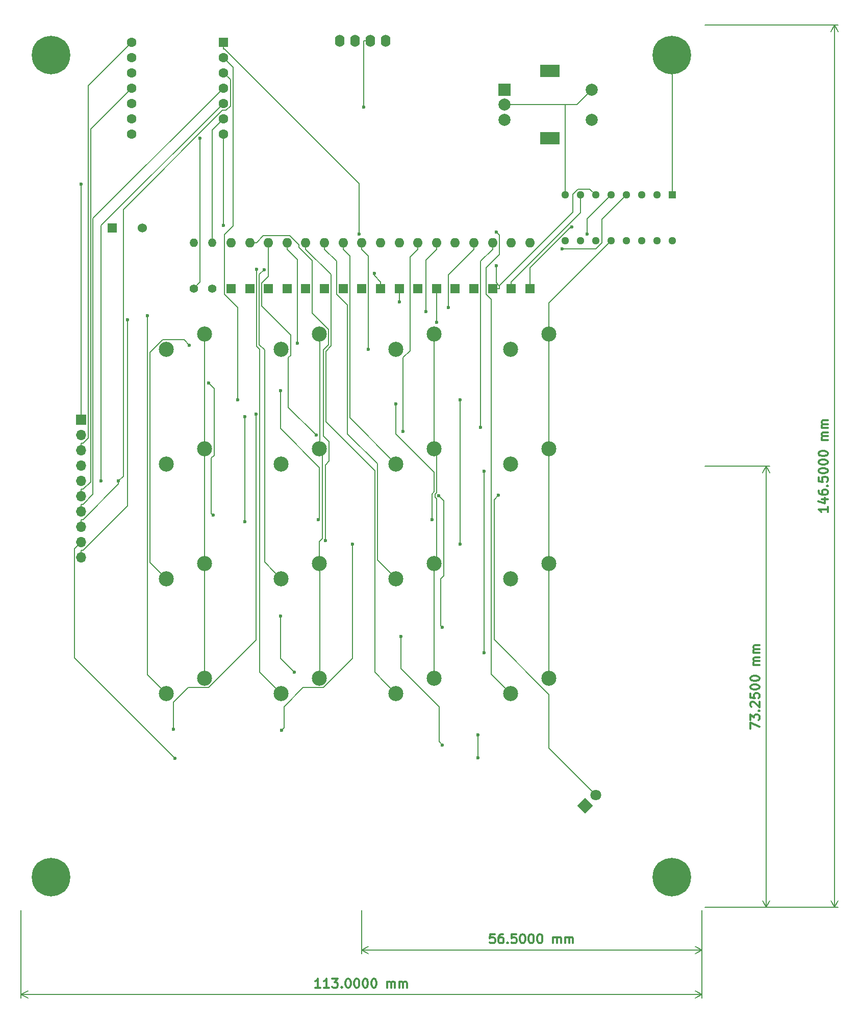
<source format=gtl>
G04 #@! TF.GenerationSoftware,KiCad,Pcbnew,8.0.6-8.0.6-0~ubuntu22.04.1*
G04 #@! TF.CreationDate,2024-10-20T22:38:44+08:00*
G04 #@! TF.ProjectId,MacroPad,4d616372-6f50-4616-942e-6b696361645f,rev?*
G04 #@! TF.SameCoordinates,Original*
G04 #@! TF.FileFunction,Copper,L1,Top*
G04 #@! TF.FilePolarity,Positive*
%FSLAX46Y46*%
G04 Gerber Fmt 4.6, Leading zero omitted, Abs format (unit mm)*
G04 Created by KiCad (PCBNEW 8.0.6-8.0.6-0~ubuntu22.04.1) date 2024-10-20 22:38:44*
%MOMM*%
%LPD*%
G01*
G04 APERTURE LIST*
G04 Aperture macros list*
%AMRotRect*
0 Rectangle, with rotation*
0 The origin of the aperture is its center*
0 $1 length*
0 $2 width*
0 $3 Rotation angle, in degrees counterclockwise*
0 Add horizontal line*
21,1,$1,$2,0,0,$3*%
G04 Aperture macros list end*
%ADD10C,0.300000*%
G04 #@! TA.AperFunction,NonConductor*
%ADD11C,0.300000*%
G04 #@! TD*
G04 #@! TA.AperFunction,NonConductor*
%ADD12C,0.200000*%
G04 #@! TD*
G04 #@! TA.AperFunction,ComponentPad*
%ADD13C,2.500000*%
G04 #@! TD*
G04 #@! TA.AperFunction,ComponentPad*
%ADD14R,2.000000X2.000000*%
G04 #@! TD*
G04 #@! TA.AperFunction,ComponentPad*
%ADD15C,2.000000*%
G04 #@! TD*
G04 #@! TA.AperFunction,ComponentPad*
%ADD16R,3.200000X2.000000*%
G04 #@! TD*
G04 #@! TA.AperFunction,ComponentPad*
%ADD17R,1.524000X1.524000*%
G04 #@! TD*
G04 #@! TA.AperFunction,ComponentPad*
%ADD18C,1.524000*%
G04 #@! TD*
G04 #@! TA.AperFunction,ComponentPad*
%ADD19C,6.400000*%
G04 #@! TD*
G04 #@! TA.AperFunction,ComponentPad*
%ADD20R,1.295400X1.295400*%
G04 #@! TD*
G04 #@! TA.AperFunction,ComponentPad*
%ADD21C,1.295400*%
G04 #@! TD*
G04 #@! TA.AperFunction,ComponentPad*
%ADD22RotRect,1.800000X1.800000X45.000000*%
G04 #@! TD*
G04 #@! TA.AperFunction,ComponentPad*
%ADD23C,1.800000*%
G04 #@! TD*
G04 #@! TA.AperFunction,ComponentPad*
%ADD24O,1.600000X2.000000*%
G04 #@! TD*
G04 #@! TA.AperFunction,ComponentPad*
%ADD25R,1.600000X1.600000*%
G04 #@! TD*
G04 #@! TA.AperFunction,ComponentPad*
%ADD26O,1.600000X1.600000*%
G04 #@! TD*
G04 #@! TA.AperFunction,ComponentPad*
%ADD27C,1.400000*%
G04 #@! TD*
G04 #@! TA.AperFunction,ComponentPad*
%ADD28O,1.400000X1.400000*%
G04 #@! TD*
G04 #@! TA.AperFunction,ComponentPad*
%ADD29C,1.600000*%
G04 #@! TD*
G04 #@! TA.AperFunction,ComponentPad*
%ADD30R,1.700000X1.700000*%
G04 #@! TD*
G04 #@! TA.AperFunction,ComponentPad*
%ADD31O,1.700000X1.700000*%
G04 #@! TD*
G04 #@! TA.AperFunction,ViaPad*
%ADD32C,0.600000*%
G04 #@! TD*
G04 #@! TA.AperFunction,Conductor*
%ADD33C,0.200000*%
G04 #@! TD*
G04 APERTURE END LIST*
D10*
D11*
X117429644Y-178378328D02*
X116715358Y-178378328D01*
X116715358Y-178378328D02*
X116643930Y-179092614D01*
X116643930Y-179092614D02*
X116715358Y-179021185D01*
X116715358Y-179021185D02*
X116858216Y-178949757D01*
X116858216Y-178949757D02*
X117215358Y-178949757D01*
X117215358Y-178949757D02*
X117358216Y-179021185D01*
X117358216Y-179021185D02*
X117429644Y-179092614D01*
X117429644Y-179092614D02*
X117501073Y-179235471D01*
X117501073Y-179235471D02*
X117501073Y-179592614D01*
X117501073Y-179592614D02*
X117429644Y-179735471D01*
X117429644Y-179735471D02*
X117358216Y-179806900D01*
X117358216Y-179806900D02*
X117215358Y-179878328D01*
X117215358Y-179878328D02*
X116858216Y-179878328D01*
X116858216Y-179878328D02*
X116715358Y-179806900D01*
X116715358Y-179806900D02*
X116643930Y-179735471D01*
X118786787Y-178378328D02*
X118501072Y-178378328D01*
X118501072Y-178378328D02*
X118358215Y-178449757D01*
X118358215Y-178449757D02*
X118286787Y-178521185D01*
X118286787Y-178521185D02*
X118143929Y-178735471D01*
X118143929Y-178735471D02*
X118072501Y-179021185D01*
X118072501Y-179021185D02*
X118072501Y-179592614D01*
X118072501Y-179592614D02*
X118143929Y-179735471D01*
X118143929Y-179735471D02*
X118215358Y-179806900D01*
X118215358Y-179806900D02*
X118358215Y-179878328D01*
X118358215Y-179878328D02*
X118643929Y-179878328D01*
X118643929Y-179878328D02*
X118786787Y-179806900D01*
X118786787Y-179806900D02*
X118858215Y-179735471D01*
X118858215Y-179735471D02*
X118929644Y-179592614D01*
X118929644Y-179592614D02*
X118929644Y-179235471D01*
X118929644Y-179235471D02*
X118858215Y-179092614D01*
X118858215Y-179092614D02*
X118786787Y-179021185D01*
X118786787Y-179021185D02*
X118643929Y-178949757D01*
X118643929Y-178949757D02*
X118358215Y-178949757D01*
X118358215Y-178949757D02*
X118215358Y-179021185D01*
X118215358Y-179021185D02*
X118143929Y-179092614D01*
X118143929Y-179092614D02*
X118072501Y-179235471D01*
X119572500Y-179735471D02*
X119643929Y-179806900D01*
X119643929Y-179806900D02*
X119572500Y-179878328D01*
X119572500Y-179878328D02*
X119501072Y-179806900D01*
X119501072Y-179806900D02*
X119572500Y-179735471D01*
X119572500Y-179735471D02*
X119572500Y-179878328D01*
X121001072Y-178378328D02*
X120286786Y-178378328D01*
X120286786Y-178378328D02*
X120215358Y-179092614D01*
X120215358Y-179092614D02*
X120286786Y-179021185D01*
X120286786Y-179021185D02*
X120429644Y-178949757D01*
X120429644Y-178949757D02*
X120786786Y-178949757D01*
X120786786Y-178949757D02*
X120929644Y-179021185D01*
X120929644Y-179021185D02*
X121001072Y-179092614D01*
X121001072Y-179092614D02*
X121072501Y-179235471D01*
X121072501Y-179235471D02*
X121072501Y-179592614D01*
X121072501Y-179592614D02*
X121001072Y-179735471D01*
X121001072Y-179735471D02*
X120929644Y-179806900D01*
X120929644Y-179806900D02*
X120786786Y-179878328D01*
X120786786Y-179878328D02*
X120429644Y-179878328D01*
X120429644Y-179878328D02*
X120286786Y-179806900D01*
X120286786Y-179806900D02*
X120215358Y-179735471D01*
X122001072Y-178378328D02*
X122143929Y-178378328D01*
X122143929Y-178378328D02*
X122286786Y-178449757D01*
X122286786Y-178449757D02*
X122358215Y-178521185D01*
X122358215Y-178521185D02*
X122429643Y-178664042D01*
X122429643Y-178664042D02*
X122501072Y-178949757D01*
X122501072Y-178949757D02*
X122501072Y-179306900D01*
X122501072Y-179306900D02*
X122429643Y-179592614D01*
X122429643Y-179592614D02*
X122358215Y-179735471D01*
X122358215Y-179735471D02*
X122286786Y-179806900D01*
X122286786Y-179806900D02*
X122143929Y-179878328D01*
X122143929Y-179878328D02*
X122001072Y-179878328D01*
X122001072Y-179878328D02*
X121858215Y-179806900D01*
X121858215Y-179806900D02*
X121786786Y-179735471D01*
X121786786Y-179735471D02*
X121715357Y-179592614D01*
X121715357Y-179592614D02*
X121643929Y-179306900D01*
X121643929Y-179306900D02*
X121643929Y-178949757D01*
X121643929Y-178949757D02*
X121715357Y-178664042D01*
X121715357Y-178664042D02*
X121786786Y-178521185D01*
X121786786Y-178521185D02*
X121858215Y-178449757D01*
X121858215Y-178449757D02*
X122001072Y-178378328D01*
X123429643Y-178378328D02*
X123572500Y-178378328D01*
X123572500Y-178378328D02*
X123715357Y-178449757D01*
X123715357Y-178449757D02*
X123786786Y-178521185D01*
X123786786Y-178521185D02*
X123858214Y-178664042D01*
X123858214Y-178664042D02*
X123929643Y-178949757D01*
X123929643Y-178949757D02*
X123929643Y-179306900D01*
X123929643Y-179306900D02*
X123858214Y-179592614D01*
X123858214Y-179592614D02*
X123786786Y-179735471D01*
X123786786Y-179735471D02*
X123715357Y-179806900D01*
X123715357Y-179806900D02*
X123572500Y-179878328D01*
X123572500Y-179878328D02*
X123429643Y-179878328D01*
X123429643Y-179878328D02*
X123286786Y-179806900D01*
X123286786Y-179806900D02*
X123215357Y-179735471D01*
X123215357Y-179735471D02*
X123143928Y-179592614D01*
X123143928Y-179592614D02*
X123072500Y-179306900D01*
X123072500Y-179306900D02*
X123072500Y-178949757D01*
X123072500Y-178949757D02*
X123143928Y-178664042D01*
X123143928Y-178664042D02*
X123215357Y-178521185D01*
X123215357Y-178521185D02*
X123286786Y-178449757D01*
X123286786Y-178449757D02*
X123429643Y-178378328D01*
X124858214Y-178378328D02*
X125001071Y-178378328D01*
X125001071Y-178378328D02*
X125143928Y-178449757D01*
X125143928Y-178449757D02*
X125215357Y-178521185D01*
X125215357Y-178521185D02*
X125286785Y-178664042D01*
X125286785Y-178664042D02*
X125358214Y-178949757D01*
X125358214Y-178949757D02*
X125358214Y-179306900D01*
X125358214Y-179306900D02*
X125286785Y-179592614D01*
X125286785Y-179592614D02*
X125215357Y-179735471D01*
X125215357Y-179735471D02*
X125143928Y-179806900D01*
X125143928Y-179806900D02*
X125001071Y-179878328D01*
X125001071Y-179878328D02*
X124858214Y-179878328D01*
X124858214Y-179878328D02*
X124715357Y-179806900D01*
X124715357Y-179806900D02*
X124643928Y-179735471D01*
X124643928Y-179735471D02*
X124572499Y-179592614D01*
X124572499Y-179592614D02*
X124501071Y-179306900D01*
X124501071Y-179306900D02*
X124501071Y-178949757D01*
X124501071Y-178949757D02*
X124572499Y-178664042D01*
X124572499Y-178664042D02*
X124643928Y-178521185D01*
X124643928Y-178521185D02*
X124715357Y-178449757D01*
X124715357Y-178449757D02*
X124858214Y-178378328D01*
X127143927Y-179878328D02*
X127143927Y-178878328D01*
X127143927Y-179021185D02*
X127215356Y-178949757D01*
X127215356Y-178949757D02*
X127358213Y-178878328D01*
X127358213Y-178878328D02*
X127572499Y-178878328D01*
X127572499Y-178878328D02*
X127715356Y-178949757D01*
X127715356Y-178949757D02*
X127786785Y-179092614D01*
X127786785Y-179092614D02*
X127786785Y-179878328D01*
X127786785Y-179092614D02*
X127858213Y-178949757D01*
X127858213Y-178949757D02*
X128001070Y-178878328D01*
X128001070Y-178878328D02*
X128215356Y-178878328D01*
X128215356Y-178878328D02*
X128358213Y-178949757D01*
X128358213Y-178949757D02*
X128429642Y-179092614D01*
X128429642Y-179092614D02*
X128429642Y-179878328D01*
X129143927Y-179878328D02*
X129143927Y-178878328D01*
X129143927Y-179021185D02*
X129215356Y-178949757D01*
X129215356Y-178949757D02*
X129358213Y-178878328D01*
X129358213Y-178878328D02*
X129572499Y-178878328D01*
X129572499Y-178878328D02*
X129715356Y-178949757D01*
X129715356Y-178949757D02*
X129786785Y-179092614D01*
X129786785Y-179092614D02*
X129786785Y-179878328D01*
X129786785Y-179092614D02*
X129858213Y-178949757D01*
X129858213Y-178949757D02*
X130001070Y-178878328D01*
X130001070Y-178878328D02*
X130215356Y-178878328D01*
X130215356Y-178878328D02*
X130358213Y-178949757D01*
X130358213Y-178949757D02*
X130429642Y-179092614D01*
X130429642Y-179092614D02*
X130429642Y-179878328D01*
D12*
X151822500Y-174407501D02*
X151822500Y-181586420D01*
X95322500Y-174407501D02*
X95322500Y-181586420D01*
X151822500Y-181000000D02*
X95322500Y-181000000D01*
X151822500Y-181000000D02*
X95322500Y-181000000D01*
X151822500Y-181000000D02*
X150695996Y-181586421D01*
X151822500Y-181000000D02*
X150695996Y-180413579D01*
X95322500Y-181000000D02*
X96449004Y-180413579D01*
X95322500Y-181000000D02*
X96449004Y-181586421D01*
D10*
D11*
X172700828Y-107443213D02*
X172700828Y-108300356D01*
X172700828Y-107871785D02*
X171200828Y-107871785D01*
X171200828Y-107871785D02*
X171415114Y-108014642D01*
X171415114Y-108014642D02*
X171557971Y-108157499D01*
X171557971Y-108157499D02*
X171629400Y-108300356D01*
X171700828Y-106157500D02*
X172700828Y-106157500D01*
X171129400Y-106514642D02*
X172200828Y-106871785D01*
X172200828Y-106871785D02*
X172200828Y-105943214D01*
X171200828Y-104728929D02*
X171200828Y-105014643D01*
X171200828Y-105014643D02*
X171272257Y-105157500D01*
X171272257Y-105157500D02*
X171343685Y-105228929D01*
X171343685Y-105228929D02*
X171557971Y-105371786D01*
X171557971Y-105371786D02*
X171843685Y-105443214D01*
X171843685Y-105443214D02*
X172415114Y-105443214D01*
X172415114Y-105443214D02*
X172557971Y-105371786D01*
X172557971Y-105371786D02*
X172629400Y-105300357D01*
X172629400Y-105300357D02*
X172700828Y-105157500D01*
X172700828Y-105157500D02*
X172700828Y-104871786D01*
X172700828Y-104871786D02*
X172629400Y-104728929D01*
X172629400Y-104728929D02*
X172557971Y-104657500D01*
X172557971Y-104657500D02*
X172415114Y-104586071D01*
X172415114Y-104586071D02*
X172057971Y-104586071D01*
X172057971Y-104586071D02*
X171915114Y-104657500D01*
X171915114Y-104657500D02*
X171843685Y-104728929D01*
X171843685Y-104728929D02*
X171772257Y-104871786D01*
X171772257Y-104871786D02*
X171772257Y-105157500D01*
X171772257Y-105157500D02*
X171843685Y-105300357D01*
X171843685Y-105300357D02*
X171915114Y-105371786D01*
X171915114Y-105371786D02*
X172057971Y-105443214D01*
X172557971Y-103943215D02*
X172629400Y-103871786D01*
X172629400Y-103871786D02*
X172700828Y-103943215D01*
X172700828Y-103943215D02*
X172629400Y-104014643D01*
X172629400Y-104014643D02*
X172557971Y-103943215D01*
X172557971Y-103943215D02*
X172700828Y-103943215D01*
X171200828Y-102514643D02*
X171200828Y-103228929D01*
X171200828Y-103228929D02*
X171915114Y-103300357D01*
X171915114Y-103300357D02*
X171843685Y-103228929D01*
X171843685Y-103228929D02*
X171772257Y-103086072D01*
X171772257Y-103086072D02*
X171772257Y-102728929D01*
X171772257Y-102728929D02*
X171843685Y-102586072D01*
X171843685Y-102586072D02*
X171915114Y-102514643D01*
X171915114Y-102514643D02*
X172057971Y-102443214D01*
X172057971Y-102443214D02*
X172415114Y-102443214D01*
X172415114Y-102443214D02*
X172557971Y-102514643D01*
X172557971Y-102514643D02*
X172629400Y-102586072D01*
X172629400Y-102586072D02*
X172700828Y-102728929D01*
X172700828Y-102728929D02*
X172700828Y-103086072D01*
X172700828Y-103086072D02*
X172629400Y-103228929D01*
X172629400Y-103228929D02*
X172557971Y-103300357D01*
X171200828Y-101514643D02*
X171200828Y-101371786D01*
X171200828Y-101371786D02*
X171272257Y-101228929D01*
X171272257Y-101228929D02*
X171343685Y-101157501D01*
X171343685Y-101157501D02*
X171486542Y-101086072D01*
X171486542Y-101086072D02*
X171772257Y-101014643D01*
X171772257Y-101014643D02*
X172129400Y-101014643D01*
X172129400Y-101014643D02*
X172415114Y-101086072D01*
X172415114Y-101086072D02*
X172557971Y-101157501D01*
X172557971Y-101157501D02*
X172629400Y-101228929D01*
X172629400Y-101228929D02*
X172700828Y-101371786D01*
X172700828Y-101371786D02*
X172700828Y-101514643D01*
X172700828Y-101514643D02*
X172629400Y-101657501D01*
X172629400Y-101657501D02*
X172557971Y-101728929D01*
X172557971Y-101728929D02*
X172415114Y-101800358D01*
X172415114Y-101800358D02*
X172129400Y-101871786D01*
X172129400Y-101871786D02*
X171772257Y-101871786D01*
X171772257Y-101871786D02*
X171486542Y-101800358D01*
X171486542Y-101800358D02*
X171343685Y-101728929D01*
X171343685Y-101728929D02*
X171272257Y-101657501D01*
X171272257Y-101657501D02*
X171200828Y-101514643D01*
X171200828Y-100086072D02*
X171200828Y-99943215D01*
X171200828Y-99943215D02*
X171272257Y-99800358D01*
X171272257Y-99800358D02*
X171343685Y-99728930D01*
X171343685Y-99728930D02*
X171486542Y-99657501D01*
X171486542Y-99657501D02*
X171772257Y-99586072D01*
X171772257Y-99586072D02*
X172129400Y-99586072D01*
X172129400Y-99586072D02*
X172415114Y-99657501D01*
X172415114Y-99657501D02*
X172557971Y-99728930D01*
X172557971Y-99728930D02*
X172629400Y-99800358D01*
X172629400Y-99800358D02*
X172700828Y-99943215D01*
X172700828Y-99943215D02*
X172700828Y-100086072D01*
X172700828Y-100086072D02*
X172629400Y-100228930D01*
X172629400Y-100228930D02*
X172557971Y-100300358D01*
X172557971Y-100300358D02*
X172415114Y-100371787D01*
X172415114Y-100371787D02*
X172129400Y-100443215D01*
X172129400Y-100443215D02*
X171772257Y-100443215D01*
X171772257Y-100443215D02*
X171486542Y-100371787D01*
X171486542Y-100371787D02*
X171343685Y-100300358D01*
X171343685Y-100300358D02*
X171272257Y-100228930D01*
X171272257Y-100228930D02*
X171200828Y-100086072D01*
X171200828Y-98657501D02*
X171200828Y-98514644D01*
X171200828Y-98514644D02*
X171272257Y-98371787D01*
X171272257Y-98371787D02*
X171343685Y-98300359D01*
X171343685Y-98300359D02*
X171486542Y-98228930D01*
X171486542Y-98228930D02*
X171772257Y-98157501D01*
X171772257Y-98157501D02*
X172129400Y-98157501D01*
X172129400Y-98157501D02*
X172415114Y-98228930D01*
X172415114Y-98228930D02*
X172557971Y-98300359D01*
X172557971Y-98300359D02*
X172629400Y-98371787D01*
X172629400Y-98371787D02*
X172700828Y-98514644D01*
X172700828Y-98514644D02*
X172700828Y-98657501D01*
X172700828Y-98657501D02*
X172629400Y-98800359D01*
X172629400Y-98800359D02*
X172557971Y-98871787D01*
X172557971Y-98871787D02*
X172415114Y-98943216D01*
X172415114Y-98943216D02*
X172129400Y-99014644D01*
X172129400Y-99014644D02*
X171772257Y-99014644D01*
X171772257Y-99014644D02*
X171486542Y-98943216D01*
X171486542Y-98943216D02*
X171343685Y-98871787D01*
X171343685Y-98871787D02*
X171272257Y-98800359D01*
X171272257Y-98800359D02*
X171200828Y-98657501D01*
X172700828Y-96371788D02*
X171700828Y-96371788D01*
X171843685Y-96371788D02*
X171772257Y-96300359D01*
X171772257Y-96300359D02*
X171700828Y-96157502D01*
X171700828Y-96157502D02*
X171700828Y-95943216D01*
X171700828Y-95943216D02*
X171772257Y-95800359D01*
X171772257Y-95800359D02*
X171915114Y-95728931D01*
X171915114Y-95728931D02*
X172700828Y-95728931D01*
X171915114Y-95728931D02*
X171772257Y-95657502D01*
X171772257Y-95657502D02*
X171700828Y-95514645D01*
X171700828Y-95514645D02*
X171700828Y-95300359D01*
X171700828Y-95300359D02*
X171772257Y-95157502D01*
X171772257Y-95157502D02*
X171915114Y-95086073D01*
X171915114Y-95086073D02*
X172700828Y-95086073D01*
X172700828Y-94371788D02*
X171700828Y-94371788D01*
X171843685Y-94371788D02*
X171772257Y-94300359D01*
X171772257Y-94300359D02*
X171700828Y-94157502D01*
X171700828Y-94157502D02*
X171700828Y-93943216D01*
X171700828Y-93943216D02*
X171772257Y-93800359D01*
X171772257Y-93800359D02*
X171915114Y-93728931D01*
X171915114Y-93728931D02*
X172700828Y-93728931D01*
X171915114Y-93728931D02*
X171772257Y-93657502D01*
X171772257Y-93657502D02*
X171700828Y-93514645D01*
X171700828Y-93514645D02*
X171700828Y-93300359D01*
X171700828Y-93300359D02*
X171772257Y-93157502D01*
X171772257Y-93157502D02*
X171915114Y-93086073D01*
X171915114Y-93086073D02*
X172700828Y-93086073D01*
D12*
X152322500Y-173907501D02*
X174408920Y-173907501D01*
X152322500Y-27407501D02*
X174408920Y-27407501D01*
X173822500Y-173907501D02*
X173822500Y-27407501D01*
X173822500Y-173907501D02*
X173822500Y-27407501D01*
X173822500Y-173907501D02*
X173236079Y-172780997D01*
X173822500Y-173907501D02*
X174408921Y-172780997D01*
X173822500Y-27407501D02*
X174408921Y-28534005D01*
X173822500Y-27407501D02*
X173236079Y-28534005D01*
D10*
D11*
X88536787Y-187285829D02*
X87679644Y-187285829D01*
X88108215Y-187285829D02*
X88108215Y-185785829D01*
X88108215Y-185785829D02*
X87965358Y-186000115D01*
X87965358Y-186000115D02*
X87822501Y-186142972D01*
X87822501Y-186142972D02*
X87679644Y-186214401D01*
X89965358Y-187285829D02*
X89108215Y-187285829D01*
X89536786Y-187285829D02*
X89536786Y-185785829D01*
X89536786Y-185785829D02*
X89393929Y-186000115D01*
X89393929Y-186000115D02*
X89251072Y-186142972D01*
X89251072Y-186142972D02*
X89108215Y-186214401D01*
X90465357Y-185785829D02*
X91393929Y-185785829D01*
X91393929Y-185785829D02*
X90893929Y-186357258D01*
X90893929Y-186357258D02*
X91108214Y-186357258D01*
X91108214Y-186357258D02*
X91251072Y-186428686D01*
X91251072Y-186428686D02*
X91322500Y-186500115D01*
X91322500Y-186500115D02*
X91393929Y-186642972D01*
X91393929Y-186642972D02*
X91393929Y-187000115D01*
X91393929Y-187000115D02*
X91322500Y-187142972D01*
X91322500Y-187142972D02*
X91251072Y-187214401D01*
X91251072Y-187214401D02*
X91108214Y-187285829D01*
X91108214Y-187285829D02*
X90679643Y-187285829D01*
X90679643Y-187285829D02*
X90536786Y-187214401D01*
X90536786Y-187214401D02*
X90465357Y-187142972D01*
X92036785Y-187142972D02*
X92108214Y-187214401D01*
X92108214Y-187214401D02*
X92036785Y-187285829D01*
X92036785Y-187285829D02*
X91965357Y-187214401D01*
X91965357Y-187214401D02*
X92036785Y-187142972D01*
X92036785Y-187142972D02*
X92036785Y-187285829D01*
X93036786Y-185785829D02*
X93179643Y-185785829D01*
X93179643Y-185785829D02*
X93322500Y-185857258D01*
X93322500Y-185857258D02*
X93393929Y-185928686D01*
X93393929Y-185928686D02*
X93465357Y-186071543D01*
X93465357Y-186071543D02*
X93536786Y-186357258D01*
X93536786Y-186357258D02*
X93536786Y-186714401D01*
X93536786Y-186714401D02*
X93465357Y-187000115D01*
X93465357Y-187000115D02*
X93393929Y-187142972D01*
X93393929Y-187142972D02*
X93322500Y-187214401D01*
X93322500Y-187214401D02*
X93179643Y-187285829D01*
X93179643Y-187285829D02*
X93036786Y-187285829D01*
X93036786Y-187285829D02*
X92893929Y-187214401D01*
X92893929Y-187214401D02*
X92822500Y-187142972D01*
X92822500Y-187142972D02*
X92751071Y-187000115D01*
X92751071Y-187000115D02*
X92679643Y-186714401D01*
X92679643Y-186714401D02*
X92679643Y-186357258D01*
X92679643Y-186357258D02*
X92751071Y-186071543D01*
X92751071Y-186071543D02*
X92822500Y-185928686D01*
X92822500Y-185928686D02*
X92893929Y-185857258D01*
X92893929Y-185857258D02*
X93036786Y-185785829D01*
X94465357Y-185785829D02*
X94608214Y-185785829D01*
X94608214Y-185785829D02*
X94751071Y-185857258D01*
X94751071Y-185857258D02*
X94822500Y-185928686D01*
X94822500Y-185928686D02*
X94893928Y-186071543D01*
X94893928Y-186071543D02*
X94965357Y-186357258D01*
X94965357Y-186357258D02*
X94965357Y-186714401D01*
X94965357Y-186714401D02*
X94893928Y-187000115D01*
X94893928Y-187000115D02*
X94822500Y-187142972D01*
X94822500Y-187142972D02*
X94751071Y-187214401D01*
X94751071Y-187214401D02*
X94608214Y-187285829D01*
X94608214Y-187285829D02*
X94465357Y-187285829D01*
X94465357Y-187285829D02*
X94322500Y-187214401D01*
X94322500Y-187214401D02*
X94251071Y-187142972D01*
X94251071Y-187142972D02*
X94179642Y-187000115D01*
X94179642Y-187000115D02*
X94108214Y-186714401D01*
X94108214Y-186714401D02*
X94108214Y-186357258D01*
X94108214Y-186357258D02*
X94179642Y-186071543D01*
X94179642Y-186071543D02*
X94251071Y-185928686D01*
X94251071Y-185928686D02*
X94322500Y-185857258D01*
X94322500Y-185857258D02*
X94465357Y-185785829D01*
X95893928Y-185785829D02*
X96036785Y-185785829D01*
X96036785Y-185785829D02*
X96179642Y-185857258D01*
X96179642Y-185857258D02*
X96251071Y-185928686D01*
X96251071Y-185928686D02*
X96322499Y-186071543D01*
X96322499Y-186071543D02*
X96393928Y-186357258D01*
X96393928Y-186357258D02*
X96393928Y-186714401D01*
X96393928Y-186714401D02*
X96322499Y-187000115D01*
X96322499Y-187000115D02*
X96251071Y-187142972D01*
X96251071Y-187142972D02*
X96179642Y-187214401D01*
X96179642Y-187214401D02*
X96036785Y-187285829D01*
X96036785Y-187285829D02*
X95893928Y-187285829D01*
X95893928Y-187285829D02*
X95751071Y-187214401D01*
X95751071Y-187214401D02*
X95679642Y-187142972D01*
X95679642Y-187142972D02*
X95608213Y-187000115D01*
X95608213Y-187000115D02*
X95536785Y-186714401D01*
X95536785Y-186714401D02*
X95536785Y-186357258D01*
X95536785Y-186357258D02*
X95608213Y-186071543D01*
X95608213Y-186071543D02*
X95679642Y-185928686D01*
X95679642Y-185928686D02*
X95751071Y-185857258D01*
X95751071Y-185857258D02*
X95893928Y-185785829D01*
X97322499Y-185785829D02*
X97465356Y-185785829D01*
X97465356Y-185785829D02*
X97608213Y-185857258D01*
X97608213Y-185857258D02*
X97679642Y-185928686D01*
X97679642Y-185928686D02*
X97751070Y-186071543D01*
X97751070Y-186071543D02*
X97822499Y-186357258D01*
X97822499Y-186357258D02*
X97822499Y-186714401D01*
X97822499Y-186714401D02*
X97751070Y-187000115D01*
X97751070Y-187000115D02*
X97679642Y-187142972D01*
X97679642Y-187142972D02*
X97608213Y-187214401D01*
X97608213Y-187214401D02*
X97465356Y-187285829D01*
X97465356Y-187285829D02*
X97322499Y-187285829D01*
X97322499Y-187285829D02*
X97179642Y-187214401D01*
X97179642Y-187214401D02*
X97108213Y-187142972D01*
X97108213Y-187142972D02*
X97036784Y-187000115D01*
X97036784Y-187000115D02*
X96965356Y-186714401D01*
X96965356Y-186714401D02*
X96965356Y-186357258D01*
X96965356Y-186357258D02*
X97036784Y-186071543D01*
X97036784Y-186071543D02*
X97108213Y-185928686D01*
X97108213Y-185928686D02*
X97179642Y-185857258D01*
X97179642Y-185857258D02*
X97322499Y-185785829D01*
X99608212Y-187285829D02*
X99608212Y-186285829D01*
X99608212Y-186428686D02*
X99679641Y-186357258D01*
X99679641Y-186357258D02*
X99822498Y-186285829D01*
X99822498Y-186285829D02*
X100036784Y-186285829D01*
X100036784Y-186285829D02*
X100179641Y-186357258D01*
X100179641Y-186357258D02*
X100251070Y-186500115D01*
X100251070Y-186500115D02*
X100251070Y-187285829D01*
X100251070Y-186500115D02*
X100322498Y-186357258D01*
X100322498Y-186357258D02*
X100465355Y-186285829D01*
X100465355Y-186285829D02*
X100679641Y-186285829D01*
X100679641Y-186285829D02*
X100822498Y-186357258D01*
X100822498Y-186357258D02*
X100893927Y-186500115D01*
X100893927Y-186500115D02*
X100893927Y-187285829D01*
X101608212Y-187285829D02*
X101608212Y-186285829D01*
X101608212Y-186428686D02*
X101679641Y-186357258D01*
X101679641Y-186357258D02*
X101822498Y-186285829D01*
X101822498Y-186285829D02*
X102036784Y-186285829D01*
X102036784Y-186285829D02*
X102179641Y-186357258D01*
X102179641Y-186357258D02*
X102251070Y-186500115D01*
X102251070Y-186500115D02*
X102251070Y-187285829D01*
X102251070Y-186500115D02*
X102322498Y-186357258D01*
X102322498Y-186357258D02*
X102465355Y-186285829D01*
X102465355Y-186285829D02*
X102679641Y-186285829D01*
X102679641Y-186285829D02*
X102822498Y-186357258D01*
X102822498Y-186357258D02*
X102893927Y-186500115D01*
X102893927Y-186500115D02*
X102893927Y-187285829D01*
D12*
X151822500Y-174407501D02*
X151822500Y-188993921D01*
X38822500Y-174407501D02*
X38822500Y-188993921D01*
X151822500Y-188407501D02*
X38822500Y-188407501D01*
X151822500Y-188407501D02*
X38822500Y-188407501D01*
X151822500Y-188407501D02*
X150695996Y-188993922D01*
X151822500Y-188407501D02*
X150695996Y-187821080D01*
X38822500Y-188407501D02*
X39949004Y-187821080D01*
X38822500Y-188407501D02*
X39949004Y-188993922D01*
D10*
D11*
X159878328Y-144282499D02*
X159878328Y-143282499D01*
X159878328Y-143282499D02*
X161378328Y-143925356D01*
X159878328Y-142853928D02*
X159878328Y-141925356D01*
X159878328Y-141925356D02*
X160449757Y-142425356D01*
X160449757Y-142425356D02*
X160449757Y-142211071D01*
X160449757Y-142211071D02*
X160521185Y-142068214D01*
X160521185Y-142068214D02*
X160592614Y-141996785D01*
X160592614Y-141996785D02*
X160735471Y-141925356D01*
X160735471Y-141925356D02*
X161092614Y-141925356D01*
X161092614Y-141925356D02*
X161235471Y-141996785D01*
X161235471Y-141996785D02*
X161306900Y-142068214D01*
X161306900Y-142068214D02*
X161378328Y-142211071D01*
X161378328Y-142211071D02*
X161378328Y-142639642D01*
X161378328Y-142639642D02*
X161306900Y-142782499D01*
X161306900Y-142782499D02*
X161235471Y-142853928D01*
X161235471Y-141282500D02*
X161306900Y-141211071D01*
X161306900Y-141211071D02*
X161378328Y-141282500D01*
X161378328Y-141282500D02*
X161306900Y-141353928D01*
X161306900Y-141353928D02*
X161235471Y-141282500D01*
X161235471Y-141282500D02*
X161378328Y-141282500D01*
X160021185Y-140639642D02*
X159949757Y-140568214D01*
X159949757Y-140568214D02*
X159878328Y-140425357D01*
X159878328Y-140425357D02*
X159878328Y-140068214D01*
X159878328Y-140068214D02*
X159949757Y-139925357D01*
X159949757Y-139925357D02*
X160021185Y-139853928D01*
X160021185Y-139853928D02*
X160164042Y-139782499D01*
X160164042Y-139782499D02*
X160306900Y-139782499D01*
X160306900Y-139782499D02*
X160521185Y-139853928D01*
X160521185Y-139853928D02*
X161378328Y-140711071D01*
X161378328Y-140711071D02*
X161378328Y-139782499D01*
X159878328Y-138425357D02*
X159878328Y-139139643D01*
X159878328Y-139139643D02*
X160592614Y-139211071D01*
X160592614Y-139211071D02*
X160521185Y-139139643D01*
X160521185Y-139139643D02*
X160449757Y-138996786D01*
X160449757Y-138996786D02*
X160449757Y-138639643D01*
X160449757Y-138639643D02*
X160521185Y-138496786D01*
X160521185Y-138496786D02*
X160592614Y-138425357D01*
X160592614Y-138425357D02*
X160735471Y-138353928D01*
X160735471Y-138353928D02*
X161092614Y-138353928D01*
X161092614Y-138353928D02*
X161235471Y-138425357D01*
X161235471Y-138425357D02*
X161306900Y-138496786D01*
X161306900Y-138496786D02*
X161378328Y-138639643D01*
X161378328Y-138639643D02*
X161378328Y-138996786D01*
X161378328Y-138996786D02*
X161306900Y-139139643D01*
X161306900Y-139139643D02*
X161235471Y-139211071D01*
X159878328Y-137425357D02*
X159878328Y-137282500D01*
X159878328Y-137282500D02*
X159949757Y-137139643D01*
X159949757Y-137139643D02*
X160021185Y-137068215D01*
X160021185Y-137068215D02*
X160164042Y-136996786D01*
X160164042Y-136996786D02*
X160449757Y-136925357D01*
X160449757Y-136925357D02*
X160806900Y-136925357D01*
X160806900Y-136925357D02*
X161092614Y-136996786D01*
X161092614Y-136996786D02*
X161235471Y-137068215D01*
X161235471Y-137068215D02*
X161306900Y-137139643D01*
X161306900Y-137139643D02*
X161378328Y-137282500D01*
X161378328Y-137282500D02*
X161378328Y-137425357D01*
X161378328Y-137425357D02*
X161306900Y-137568215D01*
X161306900Y-137568215D02*
X161235471Y-137639643D01*
X161235471Y-137639643D02*
X161092614Y-137711072D01*
X161092614Y-137711072D02*
X160806900Y-137782500D01*
X160806900Y-137782500D02*
X160449757Y-137782500D01*
X160449757Y-137782500D02*
X160164042Y-137711072D01*
X160164042Y-137711072D02*
X160021185Y-137639643D01*
X160021185Y-137639643D02*
X159949757Y-137568215D01*
X159949757Y-137568215D02*
X159878328Y-137425357D01*
X159878328Y-135996786D02*
X159878328Y-135853929D01*
X159878328Y-135853929D02*
X159949757Y-135711072D01*
X159949757Y-135711072D02*
X160021185Y-135639644D01*
X160021185Y-135639644D02*
X160164042Y-135568215D01*
X160164042Y-135568215D02*
X160449757Y-135496786D01*
X160449757Y-135496786D02*
X160806900Y-135496786D01*
X160806900Y-135496786D02*
X161092614Y-135568215D01*
X161092614Y-135568215D02*
X161235471Y-135639644D01*
X161235471Y-135639644D02*
X161306900Y-135711072D01*
X161306900Y-135711072D02*
X161378328Y-135853929D01*
X161378328Y-135853929D02*
X161378328Y-135996786D01*
X161378328Y-135996786D02*
X161306900Y-136139644D01*
X161306900Y-136139644D02*
X161235471Y-136211072D01*
X161235471Y-136211072D02*
X161092614Y-136282501D01*
X161092614Y-136282501D02*
X160806900Y-136353929D01*
X160806900Y-136353929D02*
X160449757Y-136353929D01*
X160449757Y-136353929D02*
X160164042Y-136282501D01*
X160164042Y-136282501D02*
X160021185Y-136211072D01*
X160021185Y-136211072D02*
X159949757Y-136139644D01*
X159949757Y-136139644D02*
X159878328Y-135996786D01*
X161378328Y-133711073D02*
X160378328Y-133711073D01*
X160521185Y-133711073D02*
X160449757Y-133639644D01*
X160449757Y-133639644D02*
X160378328Y-133496787D01*
X160378328Y-133496787D02*
X160378328Y-133282501D01*
X160378328Y-133282501D02*
X160449757Y-133139644D01*
X160449757Y-133139644D02*
X160592614Y-133068216D01*
X160592614Y-133068216D02*
X161378328Y-133068216D01*
X160592614Y-133068216D02*
X160449757Y-132996787D01*
X160449757Y-132996787D02*
X160378328Y-132853930D01*
X160378328Y-132853930D02*
X160378328Y-132639644D01*
X160378328Y-132639644D02*
X160449757Y-132496787D01*
X160449757Y-132496787D02*
X160592614Y-132425358D01*
X160592614Y-132425358D02*
X161378328Y-132425358D01*
X161378328Y-131711073D02*
X160378328Y-131711073D01*
X160521185Y-131711073D02*
X160449757Y-131639644D01*
X160449757Y-131639644D02*
X160378328Y-131496787D01*
X160378328Y-131496787D02*
X160378328Y-131282501D01*
X160378328Y-131282501D02*
X160449757Y-131139644D01*
X160449757Y-131139644D02*
X160592614Y-131068216D01*
X160592614Y-131068216D02*
X161378328Y-131068216D01*
X160592614Y-131068216D02*
X160449757Y-130996787D01*
X160449757Y-130996787D02*
X160378328Y-130853930D01*
X160378328Y-130853930D02*
X160378328Y-130639644D01*
X160378328Y-130639644D02*
X160449757Y-130496787D01*
X160449757Y-130496787D02*
X160592614Y-130425358D01*
X160592614Y-130425358D02*
X161378328Y-130425358D01*
D12*
X152322500Y-173907501D02*
X163086420Y-173907501D01*
X152322500Y-100657501D02*
X163086420Y-100657501D01*
X162500000Y-173907501D02*
X162500000Y-100657501D01*
X162500000Y-173907501D02*
X162500000Y-100657501D01*
X162500000Y-173907501D02*
X161913579Y-172780997D01*
X162500000Y-173907501D02*
X163086421Y-172780997D01*
X162500000Y-100657501D02*
X163086421Y-101784005D01*
X162500000Y-100657501D02*
X161913579Y-101784005D01*
D13*
G04 #@! TO.P,SW12,1,1*
G04 #@! TO.N,Net-(D11-A)*
X101037500Y-119372500D03*
G04 #@! TO.P,SW12,2,2*
G04 #@! TO.N,COL3*
X107387500Y-116832500D03*
G04 #@! TD*
G04 #@! TO.P,SW14,1,1*
G04 #@! TO.N,Net-(D13-A)*
X120087500Y-81272500D03*
G04 #@! TO.P,SW14,2,2*
G04 #@! TO.N,COL4*
X126437500Y-78732500D03*
G04 #@! TD*
G04 #@! TO.P,SW5,1,1*
G04 #@! TO.N,Net-(D4-A)*
X62937500Y-138422500D03*
G04 #@! TO.P,SW5,2,2*
G04 #@! TO.N,COL1*
X69287500Y-135882500D03*
G04 #@! TD*
G04 #@! TO.P,SW13,1,1*
G04 #@! TO.N,Net-(D12-A)*
X101037500Y-138422500D03*
G04 #@! TO.P,SW13,2,2*
G04 #@! TO.N,COL3*
X107387500Y-135882500D03*
G04 #@! TD*
G04 #@! TO.P,SW8,1,1*
G04 #@! TO.N,Net-(D7-A)*
X81987500Y-119372500D03*
G04 #@! TO.P,SW8,2,2*
G04 #@! TO.N,COL2*
X88337500Y-116832500D03*
G04 #@! TD*
G04 #@! TO.P,SW7,1,1*
G04 #@! TO.N,Net-(D6-A)*
X81987500Y-100322500D03*
G04 #@! TO.P,SW7,2,2*
G04 #@! TO.N,COL2*
X88337500Y-97782500D03*
G04 #@! TD*
G04 #@! TO.P,SW15,1,1*
G04 #@! TO.N,Net-(D14-A)*
X120087500Y-100322500D03*
G04 #@! TO.P,SW15,2,2*
G04 #@! TO.N,COL4*
X126437500Y-97782500D03*
G04 #@! TD*
G04 #@! TO.P,SW11,1,1*
G04 #@! TO.N,Net-(D10-A)*
X101037500Y-100322500D03*
G04 #@! TO.P,SW11,2,2*
G04 #@! TO.N,COL3*
X107387500Y-97782500D03*
G04 #@! TD*
D14*
G04 #@! TO.P,SW1,A,A*
G04 #@! TO.N,EC11A*
X119072500Y-38157500D03*
D15*
G04 #@! TO.P,SW1,B,B*
G04 #@! TO.N,EC11B*
X119072500Y-43157500D03*
G04 #@! TO.P,SW1,C,C*
G04 #@! TO.N,GND*
X119072500Y-40657500D03*
D16*
G04 #@! TO.P,SW1,MP*
G04 #@! TO.N,N/C*
X126572500Y-35057500D03*
X126572500Y-46257500D03*
D15*
G04 #@! TO.P,SW1,S1,S1*
G04 #@! TO.N,EC11SW*
X133572500Y-43157500D03*
G04 #@! TO.P,SW1,S2,S2*
G04 #@! TO.N,GND*
X133572500Y-38157500D03*
G04 #@! TD*
D17*
G04 #@! TO.P,U3,1,1*
G04 #@! TO.N,GND*
X53989300Y-61157500D03*
D18*
G04 #@! TO.P,U3,2,2*
G04 #@! TO.N,Net-(D34-K)*
X58989300Y-61157500D03*
G04 #@! TD*
D19*
G04 #@! TO.P,H2,1,1*
G04 #@! TO.N,GND*
X43822500Y-32407500D03*
G04 #@! TD*
D20*
G04 #@! TO.P,U2,1,A0*
G04 #@! TO.N,GND*
X146902500Y-55657500D03*
D21*
G04 #@! TO.P,U2,2,A1*
X144362500Y-55657500D03*
G04 #@! TO.P,U2,3,A2*
X141822500Y-55657500D03*
G04 #@! TO.P,U2,4,P0*
G04 #@! TO.N,ROW1*
X139282500Y-55657500D03*
G04 #@! TO.P,U2,5,P1*
G04 #@! TO.N,ROW2*
X136742500Y-55657500D03*
G04 #@! TO.P,U2,6,P2*
G04 #@! TO.N,ROW3*
X134202500Y-55657500D03*
G04 #@! TO.P,U2,7,P3*
G04 #@! TO.N,ROW4*
X131662500Y-55657500D03*
G04 #@! TO.P,U2,8,VSS*
G04 #@! TO.N,GND*
X129122500Y-55657500D03*
G04 #@! TO.P,U2,9,P4*
G04 #@! TO.N,COL1*
X129122500Y-63277500D03*
G04 #@! TO.P,U2,10,P5*
G04 #@! TO.N,COL2*
X131662500Y-63277500D03*
G04 #@! TO.P,U2,11,P6*
G04 #@! TO.N,COL3*
X134202500Y-63277500D03*
G04 #@! TO.P,U2,12,P7*
G04 #@! TO.N,COL4*
X136742500Y-63277500D03*
G04 #@! TO.P,U2,13,~{INT}*
G04 #@! TO.N,INT*
X139282500Y-63277500D03*
G04 #@! TO.P,U2,14,SCL*
G04 #@! TO.N,SCL*
X141822500Y-63277500D03*
G04 #@! TO.P,U2,15,SDA*
G04 #@! TO.N,SDA*
X144362500Y-63277500D03*
G04 #@! TO.P,U2,16,VDD*
G04 #@! TO.N,3V3*
X146902500Y-63277500D03*
G04 #@! TD*
D13*
G04 #@! TO.P,SW9,1,1*
G04 #@! TO.N,Net-(D8-A)*
X81987500Y-138422500D03*
G04 #@! TO.P,SW9,2,2*
G04 #@! TO.N,COL2*
X88337500Y-135882500D03*
G04 #@! TD*
G04 #@! TO.P,SW10,1,1*
G04 #@! TO.N,Net-(D9-A)*
X101037500Y-81272500D03*
G04 #@! TO.P,SW10,2,2*
G04 #@! TO.N,COL3*
X107387500Y-78732500D03*
G04 #@! TD*
D19*
G04 #@! TO.P,H3,1,1*
G04 #@! TO.N,GND*
X146822500Y-168907500D03*
G04 #@! TD*
G04 #@! TO.P,H4,1,1*
G04 #@! TO.N,GND*
X43822500Y-168907500D03*
G04 #@! TD*
D13*
G04 #@! TO.P,SW17,1,1*
G04 #@! TO.N,Net-(D16-A)*
X120087500Y-138422500D03*
G04 #@! TO.P,SW17,2,2*
G04 #@! TO.N,COL4*
X126437500Y-135882500D03*
G04 #@! TD*
G04 #@! TO.P,SW4,1,1*
G04 #@! TO.N,Net-(D3-A)*
X62937500Y-119372500D03*
G04 #@! TO.P,SW4,2,2*
G04 #@! TO.N,COL1*
X69287500Y-116832500D03*
G04 #@! TD*
D22*
G04 #@! TO.P,D33,1,K*
G04 #@! TO.N,GND*
X132420900Y-157059100D03*
D23*
G04 #@! TO.P,D33,2,A*
G04 #@! TO.N,RedLED*
X134216951Y-155263049D03*
G04 #@! TD*
D13*
G04 #@! TO.P,SW16,1,1*
G04 #@! TO.N,Net-(D15-A)*
X120087500Y-119372500D03*
G04 #@! TO.P,SW16,2,2*
G04 #@! TO.N,COL4*
X126437500Y-116832500D03*
G04 #@! TD*
G04 #@! TO.P,SW3,1,1*
G04 #@! TO.N,Net-(D2-A)*
X62937500Y-100322500D03*
G04 #@! TO.P,SW3,2,2*
G04 #@! TO.N,COL1*
X69287500Y-97782500D03*
G04 #@! TD*
D24*
G04 #@! TO.P,Brd1,1,GND*
G04 #@! TO.N,GND*
X91702500Y-30057500D03*
G04 #@! TO.P,Brd1,2,VCC*
G04 #@! TO.N,3V3*
X94242500Y-30057500D03*
G04 #@! TO.P,Brd1,3,SCL*
G04 #@! TO.N,SCL*
X96782500Y-30057500D03*
G04 #@! TO.P,Brd1,4,SDA*
G04 #@! TO.N,SDA*
X99322500Y-30057500D03*
G04 #@! TD*
D19*
G04 #@! TO.P,H1,1,1*
G04 #@! TO.N,GND*
X146822500Y-32407500D03*
G04 #@! TD*
D13*
G04 #@! TO.P,SW6,1,1*
G04 #@! TO.N,Net-(D5-A)*
X81987500Y-81272500D03*
G04 #@! TO.P,SW6,2,2*
G04 #@! TO.N,COL2*
X88337500Y-78732500D03*
G04 #@! TD*
G04 #@! TO.P,SW2,1,1*
G04 #@! TO.N,Net-(D1-A)*
X62937500Y-81272500D03*
G04 #@! TO.P,SW2,2,2*
G04 #@! TO.N,COL1*
X69287500Y-78732500D03*
G04 #@! TD*
D25*
G04 #@! TO.P,D10,1,K*
G04 #@! TO.N,ROW3*
X92282500Y-71197500D03*
D26*
G04 #@! TO.P,D10,2,A*
G04 #@! TO.N,Net-(D10-A)*
X92282500Y-63577500D03*
G04 #@! TD*
D25*
G04 #@! TO.P,D7,1,K*
G04 #@! TO.N,ROW2*
X101582500Y-71197500D03*
D26*
G04 #@! TO.P,D7,2,A*
G04 #@! TO.N,Net-(D7-A)*
X101582500Y-63577500D03*
G04 #@! TD*
D27*
G04 #@! TO.P,R2,1*
G04 #@! TO.N,3V3*
X67482500Y-71197500D03*
D28*
G04 #@! TO.P,R2,2*
G04 #@! TO.N,SDA*
X67482500Y-63577500D03*
G04 #@! TD*
D27*
G04 #@! TO.P,R1,1*
G04 #@! TO.N,3V3*
X70582500Y-71197500D03*
D28*
G04 #@! TO.P,R1,2*
G04 #@! TO.N,SCL*
X70582500Y-63577500D03*
G04 #@! TD*
D25*
G04 #@! TO.P,D8,1,K*
G04 #@! TO.N,ROW1*
X98482500Y-71197500D03*
D26*
G04 #@! TO.P,D8,2,A*
G04 #@! TO.N,Net-(D8-A)*
X98482500Y-63577500D03*
G04 #@! TD*
D25*
G04 #@! TO.P,D16,1,K*
G04 #@! TO.N,ROW1*
X73682500Y-71197500D03*
D26*
G04 #@! TO.P,D16,2,A*
G04 #@! TO.N,Net-(D16-A)*
X73682500Y-63577500D03*
G04 #@! TD*
D25*
G04 #@! TO.P,D34,1,K*
G04 #@! TO.N,Net-(D34-K)*
X123282500Y-71197500D03*
D26*
G04 #@! TO.P,D34,2,A*
G04 #@! TO.N,Buzzer*
X123282500Y-63577500D03*
G04 #@! TD*
D25*
G04 #@! TO.P,U1,1,PA02_A0_D0*
G04 #@! TO.N,Buzzer*
X72442500Y-30287500D03*
D29*
G04 #@! TO.P,U1,2,PA4_A1_D1*
G04 #@! TO.N,Neopixels*
X72442500Y-32827500D03*
G04 #@! TO.P,U1,3,PA10_A2_D2*
G04 #@! TO.N,RedLED*
X72442500Y-35367500D03*
G04 #@! TO.P,U1,4,PA11_A3_D3*
G04 #@! TO.N,PA11*
X72442500Y-37907500D03*
G04 #@! TO.P,U1,5,PA8_A4_D4_SDA*
G04 #@! TO.N,SDA*
X72442500Y-40447500D03*
G04 #@! TO.P,U1,6,PA9_A5_D5_SCL*
G04 #@! TO.N,SCL*
X72442500Y-42987500D03*
G04 #@! TO.P,U1,7,PB08_A6_D6_TX*
G04 #@! TO.N,INT*
X72442500Y-45527500D03*
G04 #@! TO.P,U1,8,PB09_A7_D7_RX*
G04 #@! TO.N,EC11SW*
X57202500Y-45527500D03*
G04 #@! TO.P,U1,9,PA7_A8_D8_SCK*
G04 #@! TO.N,EC11B*
X57202500Y-42987500D03*
G04 #@! TO.P,U1,10,PA5_A9_D9_MISO*
G04 #@! TO.N,EC11A*
X57202500Y-40447500D03*
G04 #@! TO.P,U1,11,PA6_A10_D10_MOSI*
G04 #@! TO.N,PA5*
X57202500Y-37907500D03*
G04 #@! TO.P,U1,12,3V3*
G04 #@! TO.N,3V3*
X57202500Y-35367500D03*
G04 #@! TO.P,U1,13,GND*
G04 #@! TO.N,GND*
X57202500Y-32827500D03*
G04 #@! TO.P,U1,14,5V*
G04 #@! TO.N,5V*
X57202500Y-30287500D03*
G04 #@! TD*
D25*
G04 #@! TO.P,D15,1,K*
G04 #@! TO.N,ROW2*
X76782500Y-71197500D03*
D26*
G04 #@! TO.P,D15,2,A*
G04 #@! TO.N,Net-(D15-A)*
X76782500Y-63577500D03*
G04 #@! TD*
D25*
G04 #@! TO.P,D14,1,K*
G04 #@! TO.N,ROW3*
X79882500Y-71197500D03*
D26*
G04 #@! TO.P,D14,2,A*
G04 #@! TO.N,Net-(D14-A)*
X79882500Y-63577500D03*
G04 #@! TD*
D25*
G04 #@! TO.P,D5,1,K*
G04 #@! TO.N,ROW4*
X107782500Y-71197500D03*
D26*
G04 #@! TO.P,D5,2,A*
G04 #@! TO.N,Net-(D5-A)*
X107782500Y-63577500D03*
G04 #@! TD*
D25*
G04 #@! TO.P,D11,1,K*
G04 #@! TO.N,ROW2*
X89182500Y-71197500D03*
D26*
G04 #@! TO.P,D11,2,A*
G04 #@! TO.N,Net-(D11-A)*
X89182500Y-63577500D03*
G04 #@! TD*
D25*
G04 #@! TO.P,D12,1,K*
G04 #@! TO.N,ROW1*
X86082500Y-71197500D03*
D26*
G04 #@! TO.P,D12,2,A*
G04 #@! TO.N,Net-(D12-A)*
X86082500Y-63577500D03*
G04 #@! TD*
D25*
G04 #@! TO.P,D6,1,K*
G04 #@! TO.N,ROW3*
X104682500Y-71197500D03*
D26*
G04 #@! TO.P,D6,2,A*
G04 #@! TO.N,Net-(D6-A)*
X104682500Y-63577500D03*
G04 #@! TD*
D25*
G04 #@! TO.P,D1,1,K*
G04 #@! TO.N,ROW4*
X120182500Y-71197500D03*
D26*
G04 #@! TO.P,D1,2,A*
G04 #@! TO.N,Net-(D1-A)*
X120182500Y-63577500D03*
G04 #@! TD*
D25*
G04 #@! TO.P,D3,1,K*
G04 #@! TO.N,ROW2*
X113982500Y-71197500D03*
D26*
G04 #@! TO.P,D3,2,A*
G04 #@! TO.N,Net-(D3-A)*
X113982500Y-63577500D03*
G04 #@! TD*
D25*
G04 #@! TO.P,D2,1,K*
G04 #@! TO.N,ROW3*
X117082500Y-71197500D03*
D26*
G04 #@! TO.P,D2,2,A*
G04 #@! TO.N,Net-(D2-A)*
X117082500Y-63577500D03*
G04 #@! TD*
D27*
G04 #@! TO.P,R3,1*
G04 #@! TO.N,3V3*
X67482500Y-71197500D03*
D28*
G04 #@! TO.P,R3,2*
G04 #@! TO.N,INT*
X67482500Y-63577500D03*
G04 #@! TD*
D30*
G04 #@! TO.P,J1,1,Pin_1*
G04 #@! TO.N,GND*
X48822500Y-92957500D03*
D31*
G04 #@! TO.P,J1,2,Pin_2*
G04 #@! TO.N,3V3*
X48822500Y-95497500D03*
G04 #@! TO.P,J1,3,Pin_3*
G04 #@! TO.N,5V*
X48822500Y-98037500D03*
G04 #@! TO.P,J1,4,Pin_4*
G04 #@! TO.N,SCL*
X48822500Y-100577500D03*
G04 #@! TO.P,J1,5,Pin_5*
G04 #@! TO.N,SDA*
X48822500Y-103117500D03*
G04 #@! TO.P,J1,6,Pin_6*
G04 #@! TO.N,PA5*
X48822500Y-105657500D03*
G04 #@! TO.P,J1,7,Pin_7*
G04 #@! TO.N,PA11*
X48822500Y-108197500D03*
G04 #@! TO.P,J1,8,Pin_8*
G04 #@! TO.N,RedLED*
X48822500Y-110737500D03*
G04 #@! TO.P,J1,9,Pin_9*
G04 #@! TO.N,NeoPixelsEnd*
X48822500Y-113277500D03*
G04 #@! TO.P,J1,10,Pin_10*
G04 #@! TO.N,Buzzer*
X48822500Y-115817500D03*
G04 #@! TD*
D25*
G04 #@! TO.P,D9,1,K*
G04 #@! TO.N,ROW4*
X95382500Y-71197500D03*
D26*
G04 #@! TO.P,D9,2,A*
G04 #@! TO.N,Net-(D9-A)*
X95382500Y-63577500D03*
G04 #@! TD*
D25*
G04 #@! TO.P,D13,1,K*
G04 #@! TO.N,ROW4*
X82982500Y-71197500D03*
D26*
G04 #@! TO.P,D13,2,A*
G04 #@! TO.N,Net-(D13-A)*
X82982500Y-63577500D03*
G04 #@! TD*
D25*
G04 #@! TO.P,D4,1,K*
G04 #@! TO.N,ROW1*
X110882500Y-71197500D03*
D26*
G04 #@! TO.P,D4,2,A*
G04 #@! TO.N,Net-(D4-A)*
X110882500Y-63577500D03*
G04 #@! TD*
D32*
G04 #@! TO.N,Net-(D34-K)*
X130224000Y-60932600D03*
G04 #@! TO.N,NeoPixelsEnd*
X114687000Y-145292000D03*
X114687000Y-149090000D03*
X64388700Y-149197000D03*
G04 #@! TO.N,Net-(D28-DOUT)*
X115684000Y-131662000D03*
X115684000Y-101554000D03*
G04 #@! TO.N,Net-(D27-DOUT)*
X101908000Y-129003000D03*
X108774000Y-147029000D03*
G04 #@! TO.N,Net-(D26-DOUT)*
X108753000Y-127396000D03*
X108163000Y-105618000D03*
G04 #@! TO.N,Net-(D25-DOUT)*
X101044000Y-90318100D03*
X107051000Y-109612000D03*
G04 #@! TO.N,Net-(D24-DOUT)*
X111708000Y-89642500D03*
X111708000Y-113642000D03*
X93834000Y-113642000D03*
X82074400Y-144542000D03*
G04 #@! TO.N,Net-(D23-DOUT)*
X81918000Y-125603000D03*
X84187000Y-134866000D03*
G04 #@! TO.N,Net-(D21-DOUT)*
X81893500Y-88142500D03*
X88165100Y-109611000D03*
G04 #@! TO.N,Net-(D20-DOUT)*
X77837600Y-92056900D03*
X64145200Y-144379000D03*
G04 #@! TO.N,Net-(D17-DOUT)*
X69935200Y-86912500D03*
X70677600Y-108832000D03*
G04 #@! TO.N,Neopixels*
X74784200Y-89642500D03*
G04 #@! TO.N,RedLED*
X55010800Y-103171000D03*
X118067000Y-105518000D03*
G04 #@! TO.N,INT*
X72442500Y-60700200D03*
G04 #@! TO.N,Net-(D16-A)*
X117666000Y-61817600D03*
G04 #@! TO.N,Net-(D15-A)*
X89343300Y-113040000D03*
G04 #@! TO.N,Net-(D14-A)*
X87799400Y-95512000D03*
G04 #@! TO.N,Net-(D13-A)*
X84712800Y-80313800D03*
G04 #@! TO.N,Net-(D9-A)*
X96484200Y-81272500D03*
G04 #@! TO.N,Net-(D8-A)*
X77924100Y-68018400D03*
G04 #@! TO.N,Net-(D7-A)*
X79204100Y-68048700D03*
G04 #@! TO.N,Net-(D6-A)*
X102231000Y-94909500D03*
G04 #@! TO.N,Net-(D5-A)*
X105992000Y-75050200D03*
G04 #@! TO.N,Net-(D4-A)*
X59817400Y-75669500D03*
G04 #@! TO.N,ROW1*
X128645000Y-64628300D03*
X97443400Y-68675400D03*
G04 #@! TO.N,ROW2*
X132790000Y-62187000D03*
X101582000Y-73385000D03*
G04 #@! TO.N,Net-(D3-A)*
X109735000Y-74363500D03*
X66767000Y-80581600D03*
G04 #@! TO.N,ROW3*
X117666000Y-67403800D03*
G04 #@! TO.N,Net-(D2-A)*
X115084000Y-94287300D03*
G04 #@! TO.N,ROW4*
X107782000Y-76794000D03*
G04 #@! TO.N,Buzzer*
X94959200Y-62168600D03*
X56504000Y-76371100D03*
G04 #@! TO.N,GND*
X48822500Y-53893400D03*
X75960000Y-92473800D03*
X75960000Y-109906000D03*
G04 #@! TO.N,SDA*
X52128000Y-103118000D03*
G04 #@! TO.N,SCL*
X95680800Y-41056200D03*
G04 #@! TO.N,3V3*
X68531800Y-46266000D03*
G04 #@! TD*
D33*
G04 #@! TO.N,Net-(D34-K)*
X123282000Y-71197500D02*
X123282000Y-69474500D01*
X130101000Y-60932600D02*
X130224000Y-60932600D01*
X123282000Y-67751500D02*
X130101000Y-60932600D01*
X123282000Y-69474500D02*
X123282000Y-67751500D01*
X123282500Y-69475000D02*
X123282500Y-71197500D01*
X123282000Y-69474500D02*
X123282500Y-69475000D01*
G04 #@! TO.N,NeoPixelsEnd*
X114687000Y-149090000D02*
X114687000Y-145292000D01*
X47670800Y-114429000D02*
X48822500Y-113278000D01*
X47670800Y-132479000D02*
X47670800Y-114429000D01*
X64388700Y-149197000D02*
X47670800Y-132479000D01*
X48822500Y-113277500D02*
X48822500Y-113278000D01*
G04 #@! TO.N,Net-(D28-DOUT)*
X115684000Y-101554000D02*
X115684000Y-131662000D01*
G04 #@! TO.N,Net-(D27-DOUT)*
X101908000Y-134335000D02*
X101908000Y-129003000D01*
X108183000Y-140610000D02*
X101908000Y-134335000D01*
X108183000Y-146438000D02*
X108183000Y-140610000D01*
X108774000Y-147029000D02*
X108183000Y-146438000D01*
G04 #@! TO.N,Net-(D26-DOUT)*
X108954000Y-106408000D02*
X108163000Y-105618000D01*
X108954000Y-118926000D02*
X108954000Y-106408000D01*
X108501000Y-119379000D02*
X108954000Y-118926000D01*
X108501000Y-127144000D02*
X108501000Y-119379000D01*
X108753000Y-127396000D02*
X108501000Y-127144000D01*
G04 #@! TO.N,Net-(D25-DOUT)*
X107051000Y-105311000D02*
X107051000Y-109612000D01*
X107413000Y-104949000D02*
X107051000Y-105311000D01*
X107413000Y-101712000D02*
X107413000Y-104949000D01*
X101044000Y-95342600D02*
X107413000Y-101712000D01*
X101044000Y-90318100D02*
X101044000Y-95342600D01*
G04 #@! TO.N,Net-(D24-DOUT)*
X111708000Y-113642000D02*
X111708000Y-89642500D01*
X93834000Y-132590000D02*
X93834000Y-113642000D01*
X88966500Y-137457000D02*
X93834000Y-132590000D01*
X85627100Y-137457000D02*
X88966500Y-137457000D01*
X82462100Y-140622000D02*
X85627100Y-137457000D01*
X82462100Y-144154000D02*
X82462100Y-140622000D01*
X82074400Y-144542000D02*
X82462100Y-144154000D01*
G04 #@! TO.N,Net-(D23-DOUT)*
X81918000Y-132597000D02*
X81918000Y-125603000D01*
X84187000Y-134866000D02*
X81918000Y-132597000D01*
G04 #@! TO.N,Net-(D21-DOUT)*
X81893500Y-94439000D02*
X81893500Y-88142500D01*
X88354500Y-100900000D02*
X81893500Y-94439000D01*
X88354500Y-109422000D02*
X88354500Y-100900000D01*
X88165100Y-109611000D02*
X88354500Y-109422000D01*
G04 #@! TO.N,Net-(D20-DOUT)*
X64145200Y-139889000D02*
X64145200Y-144379000D01*
X66577100Y-137457000D02*
X64145200Y-139889000D01*
X69916500Y-137457000D02*
X66577100Y-137457000D01*
X77837600Y-129536000D02*
X69916500Y-137457000D01*
X77837600Y-92056900D02*
X77837600Y-129536000D01*
G04 #@! TO.N,Net-(D17-DOUT)*
X70846900Y-87824200D02*
X69935200Y-86912500D01*
X70846900Y-98888100D02*
X70846900Y-87824200D01*
X70365000Y-99370000D02*
X70846900Y-98888100D01*
X70365000Y-108520000D02*
X70365000Y-99370000D01*
X70677600Y-108832000D02*
X70365000Y-108520000D01*
G04 #@! TO.N,5V*
X48822500Y-96885800D02*
X48822500Y-98037500D01*
X49091000Y-96885800D02*
X48822500Y-96885800D01*
X49974200Y-96002600D02*
X49091000Y-96885800D01*
X49974200Y-37515800D02*
X49974200Y-96002600D01*
X57202500Y-30287500D02*
X49974200Y-37515800D01*
G04 #@! TO.N,Neopixels*
X74784200Y-74325900D02*
X74784200Y-89642500D01*
X72571100Y-72112800D02*
X74784200Y-74325900D01*
X72571100Y-62249700D02*
X72571100Y-72112800D01*
X74048900Y-60771900D02*
X72571100Y-62249700D01*
X74048900Y-34433900D02*
X74048900Y-60771900D01*
X72442500Y-32827500D02*
X74048900Y-34433900D01*
G04 #@! TO.N,RedLED*
X55778000Y-102404000D02*
X55010800Y-103171000D01*
X55778000Y-58057300D02*
X55778000Y-102404000D01*
X72259400Y-41575900D02*
X55778000Y-58057300D01*
X72876800Y-41575900D02*
X72259400Y-41575900D01*
X73571800Y-40880900D02*
X72876800Y-41575900D01*
X73571800Y-36496800D02*
X73571800Y-40880900D01*
X72442500Y-35367500D02*
X73571800Y-36496800D01*
X117336000Y-106249000D02*
X118067000Y-105518000D01*
X117336000Y-129499000D02*
X117336000Y-106249000D01*
X126449000Y-138612000D02*
X117336000Y-129499000D01*
X126449000Y-147495000D02*
X126449000Y-138612000D01*
X134217000Y-155263000D02*
X126449000Y-147495000D01*
X48822500Y-109586000D02*
X48822500Y-110737500D01*
X49091000Y-109586000D02*
X48822500Y-109586000D01*
X55010800Y-103666000D02*
X49091000Y-109586000D01*
X55010800Y-103171000D02*
X55010800Y-103666000D01*
X48822500Y-110737500D02*
X48822500Y-110738000D01*
G04 #@! TO.N,PA11*
X48822500Y-108198000D02*
X48822500Y-108197500D01*
X50777600Y-59572400D02*
X72442500Y-37907500D01*
X50777600Y-105379000D02*
X50777600Y-59572400D01*
X49110500Y-107046000D02*
X50777600Y-105379000D01*
X48822500Y-107046000D02*
X49110500Y-107046000D01*
X48822500Y-108197500D02*
X48822500Y-107046000D01*
G04 #@! TO.N,PA5*
X48822500Y-105658000D02*
X48822500Y-105657500D01*
X50375900Y-44734100D02*
X57202500Y-37907500D01*
X50375900Y-103269000D02*
X50375900Y-44734100D01*
X49139300Y-104506000D02*
X50375900Y-103269000D01*
X48822500Y-104506000D02*
X49139300Y-104506000D01*
X48822500Y-105657500D02*
X48822500Y-104506000D01*
G04 #@! TO.N,COL4*
X126448000Y-73572300D02*
X126448000Y-78732500D01*
X136742000Y-63277500D02*
X126448000Y-73572300D01*
X136742500Y-63277500D02*
X136742000Y-63277500D01*
X126447200Y-116832500D02*
X126447700Y-116832000D01*
X126437500Y-116832500D02*
X126447200Y-116832500D01*
X126438000Y-116832000D02*
X126447700Y-116832000D01*
X126447700Y-116832000D02*
X126451000Y-116832000D01*
X126451000Y-135869000D02*
X126438000Y-135882000D01*
X126451000Y-116832000D02*
X126451000Y-135869000D01*
X126437500Y-135882500D02*
X126438000Y-135882000D01*
X126437800Y-97782500D02*
X126442600Y-97777700D01*
X126437500Y-97782500D02*
X126437800Y-97782500D01*
X126438000Y-97782500D02*
X126442600Y-97777700D01*
X126451000Y-97796300D02*
X126438000Y-97782500D01*
X126451000Y-116832000D02*
X126451000Y-97796300D01*
X126449000Y-78734000D02*
X126448000Y-78732500D01*
X126449000Y-97770800D02*
X126449000Y-78734000D01*
X126442600Y-97777700D02*
X126449000Y-97770800D01*
X126438000Y-78732500D02*
X126448000Y-78732500D01*
X126437500Y-78732500D02*
X126438000Y-78732500D01*
G04 #@! TO.N,COL3*
X107388000Y-78732500D02*
X107400500Y-78745400D01*
X107413000Y-78758300D02*
X107413000Y-97782500D01*
X107400500Y-78745400D02*
X107413000Y-78758300D01*
X107400400Y-78745400D02*
X107387500Y-78732500D01*
X107400500Y-78745400D02*
X107400400Y-78745400D01*
X107413000Y-97782500D02*
X107388000Y-97782500D01*
X107388000Y-97782500D02*
X107387500Y-97782500D01*
X107388000Y-135882000D02*
X107387500Y-135882500D01*
X107601500Y-116618500D02*
X107387500Y-116832500D01*
X107815000Y-116405000D02*
X107601500Y-116618500D01*
X107815000Y-106120000D02*
X107815000Y-116405000D01*
X107562000Y-105867000D02*
X107815000Y-106120000D01*
X107562000Y-105369000D02*
X107562000Y-105867000D01*
X107815000Y-105115000D02*
X107562000Y-105369000D01*
X107815000Y-98184200D02*
X107815000Y-105115000D01*
X107413000Y-97782500D02*
X107815000Y-98184200D01*
X107399000Y-135871000D02*
X107388000Y-135882000D01*
X107399000Y-116844000D02*
X107399000Y-135871000D01*
X107388000Y-116832000D02*
X107399000Y-116844000D01*
X107601500Y-116618500D02*
X107388000Y-116832000D01*
G04 #@! TO.N,COL2*
X88407300Y-78802300D02*
X88337500Y-78732500D01*
X88407300Y-97712700D02*
X88407300Y-78802300D01*
X88337500Y-97782500D02*
X88407300Y-97712700D01*
X88365200Y-135854500D02*
X88337500Y-135882000D01*
X88337500Y-135882200D02*
X88337500Y-135882500D01*
X88365200Y-135854500D02*
X88337500Y-135882200D01*
X88337500Y-115136000D02*
X88337500Y-116832500D01*
X88337500Y-113195000D02*
X88337500Y-115136000D01*
X88806200Y-112727000D02*
X88337500Y-113195000D01*
X88806200Y-98251200D02*
X88806200Y-112727000D01*
X88337500Y-97782500D02*
X88806200Y-98251200D01*
X88392900Y-135827000D02*
X88365200Y-135854500D01*
X88392900Y-116888000D02*
X88392900Y-135827000D01*
X88337500Y-116832000D02*
X88392900Y-116888000D01*
X88337500Y-115136000D02*
X88337500Y-116832000D01*
G04 #@! TO.N,COL1*
X69301200Y-97782500D02*
X69301200Y-116832000D01*
X69301200Y-97782500D02*
X69287500Y-97782500D01*
X69301200Y-78746200D02*
X69287500Y-78732500D01*
X69301200Y-97782500D02*
X69301200Y-78746200D01*
X69301200Y-135869000D02*
X69287500Y-135882000D01*
X69301200Y-116832000D02*
X69301200Y-135869000D01*
X69287500Y-135882500D02*
X69287500Y-135882000D01*
X69288000Y-116832000D02*
X69287500Y-116832000D01*
X69301200Y-116832000D02*
X69288000Y-116832000D01*
X69288000Y-116832000D02*
X69287500Y-116832500D01*
G04 #@! TO.N,INT*
X72442500Y-45527500D02*
X72442500Y-60700200D01*
G04 #@! TO.N,Net-(D16-A)*
X116877000Y-135212000D02*
X118482500Y-136817000D01*
X116877000Y-73018700D02*
X116877000Y-135212000D01*
X115981000Y-72122500D02*
X116877000Y-73018700D01*
X115981000Y-67754300D02*
X115981000Y-72122500D01*
X118184000Y-65550900D02*
X115981000Y-67754300D01*
X118184000Y-62335800D02*
X118184000Y-65550900D01*
X117666000Y-61817600D02*
X118184000Y-62335800D01*
X118482500Y-136817000D02*
X120088000Y-138422000D01*
X120087500Y-138422000D02*
X120087500Y-138422500D01*
X118482500Y-136817000D02*
X120087500Y-138422000D01*
G04 #@! TO.N,Net-(D15-A)*
X89343300Y-100475000D02*
X89343300Y-113040000D01*
X89940700Y-99877500D02*
X89343300Y-100475000D01*
X89940700Y-96642200D02*
X89940700Y-99877500D01*
X89025100Y-95726600D02*
X89940700Y-96642200D01*
X89025100Y-81362100D02*
X89025100Y-95726600D01*
X89889500Y-80497700D02*
X89025100Y-81362100D01*
X89889500Y-77978100D02*
X89889500Y-80497700D01*
X87184200Y-75272800D02*
X89889500Y-77978100D01*
X87184200Y-66597200D02*
X87184200Y-75272800D01*
X84912800Y-64325800D02*
X87184200Y-66597200D01*
X84912800Y-63949400D02*
X84912800Y-64325800D01*
X83384400Y-62421000D02*
X84912800Y-63949400D01*
X79040700Y-62421000D02*
X83384400Y-62421000D01*
X77884200Y-63577500D02*
X79040700Y-62421000D01*
X76782500Y-63577500D02*
X77884200Y-63577500D01*
G04 #@! TO.N,Net-(D14-A)*
X83195800Y-90908400D02*
X87799400Y-95512000D01*
X83195800Y-82651100D02*
X83195800Y-90908400D01*
X83554300Y-82292600D02*
X83195800Y-82651100D01*
X83554300Y-78886600D02*
X83554300Y-82292600D01*
X78780800Y-74113100D02*
X83554300Y-78886600D01*
X78780800Y-70272500D02*
X78780800Y-74113100D01*
X79882400Y-69170900D02*
X78780800Y-70272500D01*
X79882500Y-69170900D02*
X79882400Y-69170900D01*
X79882500Y-63577500D02*
X79882500Y-69170900D01*
G04 #@! TO.N,Net-(D13-A)*
X84712800Y-66409500D02*
X84712800Y-80313800D01*
X82982500Y-64679200D02*
X84712800Y-66409500D01*
X82982500Y-63577500D02*
X82982500Y-64679200D01*
G04 #@! TO.N,Net-(D12-A)*
X101038000Y-138422000D02*
X99287700Y-136672000D01*
X86082500Y-64679200D02*
X86082500Y-63577500D01*
X90293000Y-68889700D02*
X86082500Y-64679200D01*
X90293000Y-80733000D02*
X90293000Y-68889700D01*
X89426800Y-81599200D02*
X90293000Y-80733000D01*
X89426800Y-93325200D02*
X89426800Y-81599200D01*
X97537400Y-101436000D02*
X89426800Y-93325200D01*
X97537400Y-134922000D02*
X97537400Y-101436000D01*
X99287700Y-136672000D02*
X97537400Y-134922000D01*
X101037500Y-138421800D02*
X101037500Y-138422500D01*
X99287700Y-136672000D02*
X101037500Y-138421800D01*
G04 #@! TO.N,Net-(D11-A)*
X99660700Y-117995100D02*
X101038000Y-119372000D01*
X101037500Y-119371900D02*
X101037500Y-119372500D01*
X99660700Y-117995100D02*
X101037500Y-119371900D01*
X97939100Y-116274000D02*
X99660700Y-117995100D01*
X97939100Y-100299000D02*
X97939100Y-116274000D01*
X92982300Y-95342100D02*
X97939100Y-100299000D01*
X92982300Y-73924000D02*
X92982300Y-95342100D01*
X91180800Y-72122500D02*
X92982300Y-73924000D01*
X91180800Y-66677500D02*
X91180800Y-72122500D01*
X89182500Y-64679200D02*
X91180800Y-66677500D01*
X89182500Y-63577500D02*
X89182500Y-64679200D01*
G04 #@! TO.N,Net-(D10-A)*
X93384200Y-92669200D02*
X101038000Y-100322000D01*
X93384200Y-65780900D02*
X93384200Y-92669200D01*
X92282500Y-64679200D02*
X93384200Y-65780900D01*
X92282500Y-63577500D02*
X92282500Y-64679200D01*
X101037500Y-100322500D02*
X101038000Y-100322000D01*
G04 #@! TO.N,Net-(D9-A)*
X96484200Y-65780900D02*
X96484200Y-81272500D01*
X95382500Y-64679200D02*
X96484200Y-65780900D01*
X95382500Y-63577500D02*
X95382500Y-64679200D01*
G04 #@! TO.N,Net-(D8-A)*
X77924100Y-80821000D02*
X77924100Y-68018400D01*
X78439300Y-81336200D02*
X77924100Y-80821000D01*
X78439300Y-134874000D02*
X78439300Y-81336200D01*
X81987500Y-138422000D02*
X78439300Y-134874000D01*
X81987500Y-138422500D02*
X81987500Y-138422000D01*
G04 #@! TO.N,Net-(D7-A)*
X80815500Y-118200300D02*
X81987500Y-119372000D01*
X81987500Y-119372300D02*
X81987500Y-119372500D01*
X80815500Y-118200300D02*
X81987500Y-119372300D01*
X79252800Y-116638000D02*
X80815500Y-118200300D01*
X79252800Y-81381500D02*
X79252800Y-116638000D01*
X78375700Y-80504400D02*
X79252800Y-81381500D01*
X78375700Y-68877100D02*
X78375700Y-80504400D01*
X79204100Y-68048700D02*
X78375700Y-68877100D01*
G04 #@! TO.N,Net-(D6-A)*
X102231000Y-82666300D02*
X102231000Y-94909500D01*
X103369000Y-81527900D02*
X102231000Y-82666300D01*
X103369000Y-65992700D02*
X103369000Y-81527900D01*
X104682000Y-64679200D02*
X103369000Y-65992700D01*
X104682000Y-63577500D02*
X104682000Y-64679200D01*
X104682500Y-63577500D02*
X104682000Y-63577500D01*
G04 #@! TO.N,Net-(D5-A)*
X107782000Y-63577500D02*
X107782000Y-64128300D01*
X105992000Y-66470200D02*
X105992000Y-75050200D01*
X107782000Y-64679200D02*
X105992000Y-66470200D01*
X107782000Y-64128300D02*
X107782000Y-64679200D01*
X107782500Y-64127800D02*
X107782500Y-63577500D01*
X107782000Y-64128300D02*
X107782500Y-64127800D01*
G04 #@! TO.N,Net-(D4-A)*
X62937500Y-138422000D02*
X62937500Y-138422500D01*
X59817400Y-135302000D02*
X59817400Y-75669500D01*
X62937500Y-138422000D02*
X59817400Y-135302000D01*
G04 #@! TO.N,ROW1*
X97443400Y-69056700D02*
X97443400Y-68675400D01*
X98482500Y-70095800D02*
X97443400Y-69056700D01*
X98482500Y-71197500D02*
X98482500Y-70095800D01*
X139282000Y-55657500D02*
X138386100Y-56553400D01*
X134202000Y-64628300D02*
X128645000Y-64628300D01*
X135228000Y-63601600D02*
X134202000Y-64628300D01*
X135228000Y-59711500D02*
X135228000Y-63601600D01*
X138386100Y-56553400D02*
X135228000Y-59711500D01*
X138386600Y-56553400D02*
X139282500Y-55657500D01*
X138386100Y-56553400D02*
X138386600Y-56553400D01*
G04 #@! TO.N,ROW2*
X132790000Y-59609800D02*
X132790000Y-62187000D01*
X136742000Y-55657500D02*
X132790000Y-59609800D01*
X136742500Y-55657500D02*
X136742000Y-55657500D01*
X101582000Y-71197500D02*
X101582000Y-72291200D01*
X101582000Y-72291200D02*
X101582000Y-73385000D01*
X101582500Y-72290700D02*
X101582500Y-71197500D01*
X101582000Y-72291200D02*
X101582500Y-72290700D01*
G04 #@! TO.N,Net-(D3-A)*
X109735000Y-68926400D02*
X109735000Y-74363500D01*
X113982000Y-64679200D02*
X109735000Y-68926400D01*
X113982000Y-63577500D02*
X113982000Y-64679200D01*
X113982500Y-63577500D02*
X113982000Y-63577500D01*
X62937500Y-119372000D02*
X61578300Y-118013000D01*
X65861700Y-79676300D02*
X66767000Y-80581600D01*
X62307200Y-79676300D02*
X65861700Y-79676300D01*
X60219100Y-81764400D02*
X62307200Y-79676300D01*
X60219100Y-116654000D02*
X60219100Y-81764400D01*
X61578300Y-118013000D02*
X60219100Y-116654000D01*
X62937500Y-119372200D02*
X62937500Y-119372500D01*
X61578300Y-118013000D02*
X62937500Y-119372200D01*
G04 #@! TO.N,ROW3*
X117666000Y-70213000D02*
X117666000Y-67403800D01*
X118143000Y-70689900D02*
X117666000Y-70213000D01*
X118184000Y-70689900D02*
X118143000Y-70689900D01*
X118184000Y-71197500D02*
X117082500Y-71197500D01*
X118184000Y-70689900D02*
X118184000Y-71197500D01*
X117082500Y-71197500D02*
X117082000Y-71197500D01*
X130393000Y-58481500D02*
X118184000Y-70689900D01*
X130393000Y-55519000D02*
X130393000Y-58481500D01*
X131215000Y-54696800D02*
X130393000Y-55519000D01*
X133242000Y-54696800D02*
X131215000Y-54696800D01*
X134202000Y-55657500D02*
X133242000Y-54696800D01*
X134202500Y-55657500D02*
X134202000Y-55657500D01*
G04 #@! TO.N,Net-(D2-A)*
X117082000Y-63577500D02*
X117082000Y-64128300D01*
X115084000Y-66677500D02*
X115084000Y-94287300D01*
X117082000Y-64679200D02*
X115084000Y-66677500D01*
X117082000Y-64128300D02*
X117082000Y-64679200D01*
X117082500Y-64127800D02*
X117082500Y-63577500D01*
X117082000Y-64128300D02*
X117082500Y-64127800D01*
G04 #@! TO.N,ROW4*
X107782000Y-71197500D02*
X107782000Y-76794000D01*
X120182000Y-70646600D02*
X120182000Y-71197500D01*
X120182500Y-70647100D02*
X120182500Y-71197500D01*
X120182000Y-70646600D02*
X120182500Y-70647100D01*
X131662000Y-55657500D02*
X131662000Y-57136600D01*
X120182000Y-70095800D02*
X120182000Y-70646600D01*
X131662000Y-58615800D02*
X120182000Y-70095800D01*
X131662000Y-57136600D02*
X131662000Y-58615800D01*
X131662500Y-57136100D02*
X131662500Y-55657500D01*
X131662000Y-57136600D02*
X131662500Y-57136100D01*
X107782500Y-71197500D02*
X107782000Y-71197500D01*
G04 #@! TO.N,Buzzer*
X94959200Y-53768200D02*
X94959200Y-62168600D01*
X72580200Y-31389200D02*
X94959200Y-53768200D01*
X72442500Y-31389200D02*
X72580200Y-31389200D01*
X72442500Y-30287500D02*
X72442500Y-31389200D01*
X48822500Y-115818000D02*
X48822500Y-115817500D01*
X56504000Y-107272000D02*
X56504000Y-76371100D01*
X49110400Y-114666000D02*
X56504000Y-107272000D01*
X48822500Y-114666000D02*
X49110400Y-114666000D01*
X48822500Y-115817500D02*
X48822500Y-114666000D01*
G04 #@! TO.N,GND*
X48822500Y-92957500D02*
X48822500Y-53893400D01*
X75960000Y-109906000D02*
X75960000Y-92473800D01*
X129122000Y-40657500D02*
X119072500Y-40657500D01*
X119072500Y-40657500D02*
X119072000Y-40657500D01*
X129122000Y-55657500D02*
X129122000Y-51507500D01*
X129122000Y-51507500D02*
X129122000Y-40657500D01*
X129122500Y-51508000D02*
X129122500Y-55657500D01*
X129122000Y-51507500D02*
X129122500Y-51508000D01*
X146822500Y-32408000D02*
X146822000Y-32407500D01*
X146902000Y-32487500D02*
X146822500Y-32408000D01*
X146902000Y-55657500D02*
X146902000Y-32487500D01*
X146822500Y-32408000D02*
X146822500Y-32407500D01*
X133572000Y-38157500D02*
X132322000Y-39407500D01*
X131072000Y-40657500D02*
X129122000Y-40657500D01*
X132322000Y-39407500D02*
X131072000Y-40657500D01*
X132322500Y-39407500D02*
X133572500Y-38157500D01*
X132322000Y-39407500D02*
X132322500Y-39407500D01*
X146902500Y-55657500D02*
X146902000Y-55657500D01*
G04 #@! TO.N,SDA*
X52128000Y-60762000D02*
X52128000Y-103118000D01*
X72442500Y-40447500D02*
X52128000Y-60762000D01*
G04 #@! TO.N,SCL*
X70582500Y-44847500D02*
X72442500Y-42987500D01*
X70582500Y-63577500D02*
X70582500Y-44847500D01*
X95680800Y-30057500D02*
X95680800Y-41056200D01*
X96782500Y-30057500D02*
X95680800Y-30057500D01*
G04 #@! TO.N,3V3*
X68531800Y-70148200D02*
X68531800Y-46266000D01*
X67482500Y-71197500D02*
X68531800Y-70148200D01*
G04 #@! TD*
M02*

</source>
